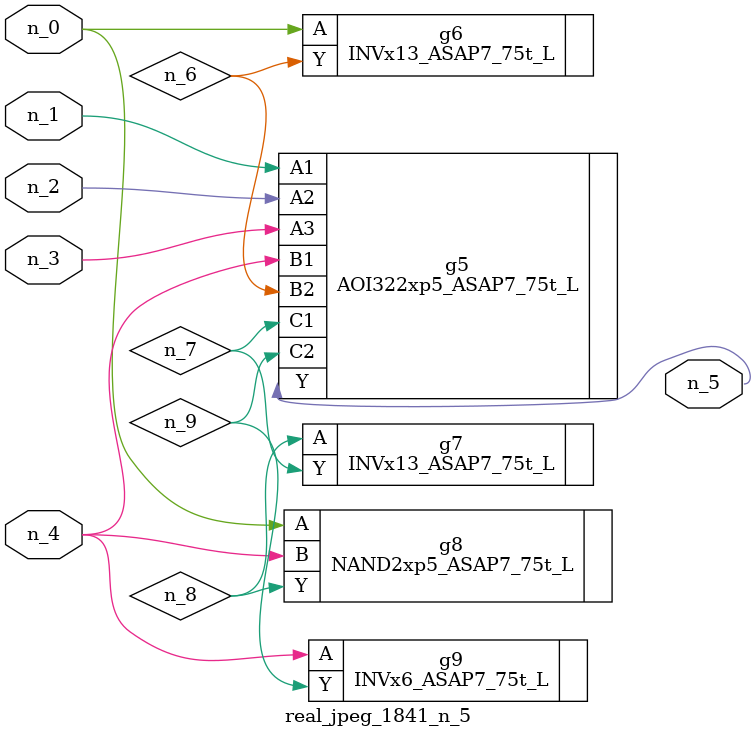
<source format=v>
module real_jpeg_1841_n_5 (n_4, n_0, n_1, n_2, n_3, n_5);

input n_4;
input n_0;
input n_1;
input n_2;
input n_3;

output n_5;

wire n_8;
wire n_6;
wire n_7;
wire n_9;

INVx13_ASAP7_75t_L g6 ( 
.A(n_0),
.Y(n_6)
);

NAND2xp5_ASAP7_75t_L g8 ( 
.A(n_0),
.B(n_4),
.Y(n_8)
);

AOI322xp5_ASAP7_75t_L g5 ( 
.A1(n_1),
.A2(n_2),
.A3(n_3),
.B1(n_4),
.B2(n_6),
.C1(n_7),
.C2(n_9),
.Y(n_5)
);

INVx6_ASAP7_75t_L g9 ( 
.A(n_4),
.Y(n_9)
);

INVx13_ASAP7_75t_L g7 ( 
.A(n_8),
.Y(n_7)
);


endmodule
</source>
